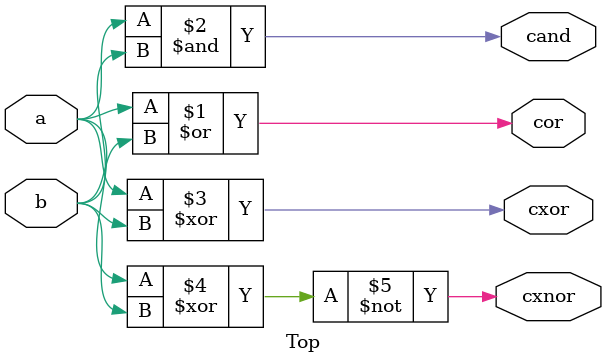
<source format=v>
`timescale 1ns / 1ps
module Top(
input a, b,
output cor, cand, cxor, cxnor
    );
	 
or u1(cor, a, b );
and u2(cand, a, b);
xor u3(cxor, a, b);
xnor u4(cxnor, a, b);


endmodule

</source>
